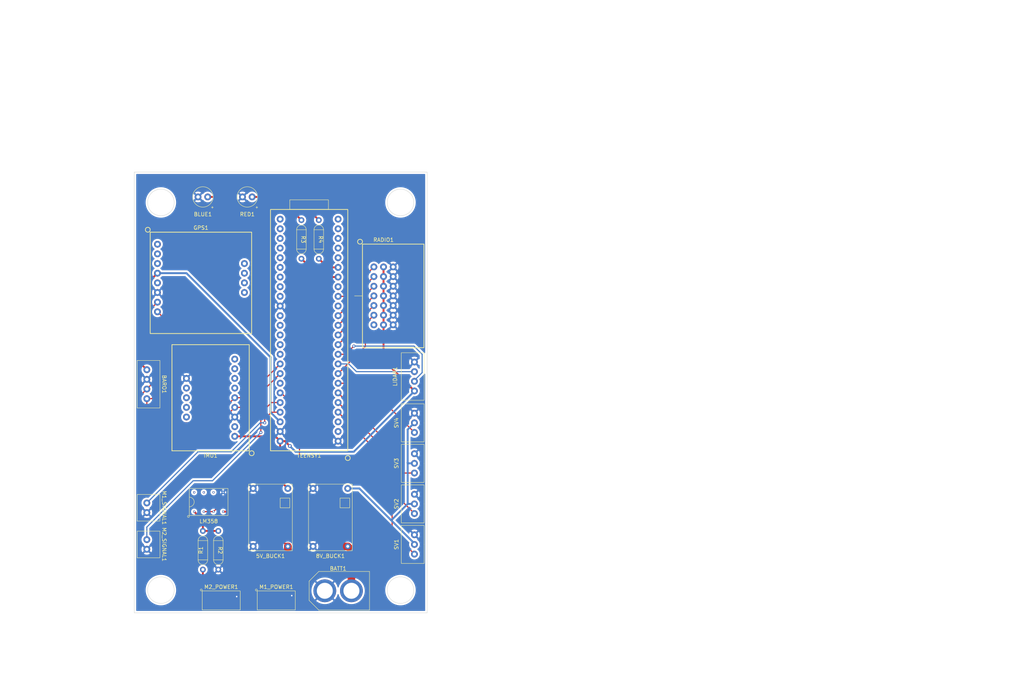
<source format=kicad_pcb>
(kicad_pcb (version 20211014) (generator pcbnew)
  (layers (0 "F.Cu" signal) (31 "B.Cu" power) (34 "B.Paste" user) (35 "F.Paste" user) (36 "B.SilkS" user "B.Silkscreen") (37 "F.SilkS" user "F.Silkscreen") (38 "B.Mask" user) (39 "F.Mask" user) (44 "Edge.Cuts" user))
  (net 0 "")
  (net 1 "/SV1_PWM")
  (net 2 "/SV2_PWM")
  (net 3 "/SV3_PWM")
  (net 4 "/SV4_PWM")
  (net 5 "/CH1")
  (net 6 "/RX2")
  (net 7 "/TX2")
  (net 8 "/CH2")
  (net 9 "/CH3")
  (net 10 "/CH4")
  (net 11 "/CH5")
  (net 12 "/SDA")
  (net 13 "/SCL")
  (net 14 "/RED_LED")
  (net 15 "/BLUE_LED")
  (net 16 "/CH6")
  (net 17 "/BATT_LEVEL")
  (net 18 "GND")
  (net 19 "+5V")
  (net 20 "+3.3V")
  (net 21 "/BATT+")
  (net 22 "+8V")
  (net 23 "Net-(LM358-Pad1)")
  (net 24 "/M1_Signal")
  (net 25 "/M2_Signal")
  (net 26 "Net-(R3-Pad1)")
  (net 27 "Net-(RED1-Pad1)")
  (footprint "UserKiCadFootprints:MINI_360" (layer "F.Cu") (at 99.568 150.876 90)
    (fp_text reference "8V_BUCK1" (at -10.16 0 unlocked) (layer "F.SilkS"))
    (fp_text value "MINI-360")
    (fp_rect (start 2.54 2.54) (end 5.08 5.08) (layer "F.SilkS") (width 0.12) (fill none))
    (fp_rect (start 8.75 5.75) (end -8.75 -5.75) (layer "F.SilkS") (width 0.12) (fill none))
    (pad "1" thru_hole circle (at -7.62 4.56 90) (size 1.524 1.524) (drill 0.762) (layers *.Cu *.Mask) (net 21 "/BATT+"))
    (pad "2" thru_hole circle (at -7.62 -4.56 90) (size 1.8 1.8) (drill 0.9) (layers *.Cu *.Mask) (net 18 "GND"))
    (pad "3" thru_hole circle (at 7.62 -4.56 90) (size 1.8 1.8) (drill 0.9) (layers *.Cu *.Mask) (net 18 "GND"))
    (pad "4" thru_hole circle (at 7.62 4.56 90) (size 1.8 1.8) (drill 0.9) (layers *.Cu *.Mask) (net 22 "+8V"))
  )
  (footprint "UserKiCadFootprints:XT60_MOUNT" (layer "F.Cu") (at 101.6 170.18 180)
    (fp_text reference "BATT1" (at 0 5.842 unlocked) (layer "F.SilkS"))
    (fp_text value "LIPO")
    (fp_line (start -8.255 -5.08) (end -8.255 5.08) (layer "F.SilkS") (width 0.12))
    (fp_line (start 5.08 -5.08) (end -8.255 -5.08) (layer "F.SilkS") (width 0.12))
    (fp_line (start 7.62 2.54) (end 5.08 5.08) (layer "F.SilkS") (width 0.12))
    (fp_line (start 7.62 -2.54) (end 5.08 -5.08) (layer "F.SilkS") (width 0.12))
    (fp_line (start -8.255 5.08) (end 5.08 5.08) (layer "F.SilkS") (width 0.12))
    (fp_line (start 7.62 2.54) (end 7.62 -2.54) (layer "F.SilkS") (width 0.12))
    (pad "1" thru_hole circle (at -3.5 0 180) (size 6 6) (drill 4.2) (layers *.Cu *.Mask) (net 21 "/BATT+"))
    (pad "2" thru_hole circle (at 3.5 0 180) (size 6 6) (drill 4.2) (layers *.Cu *.Mask) (net 18 "GND"))
  )
  (footprint "UserKiCadFootprints:pinhole_resistor" (layer "F.Cu") (at 70.104 159.512 -90)
    (fp_text reference "R2" (at 0 -0.5 -90 unlocked) (layer "F.SilkS"))
    (fp_text value "R")
    (fp_line (start -2.54 1.25) (end 2.54 1.25) (layer "F.SilkS") (width 0.12))
    (fp_line (start 2.54 -1.25) (end 2.54 1.25) (layer "F.SilkS") (width 0.12))
    (fp_line (start -2.54 -1.25) (end 2.54 -1.25) (layer "F.SilkS") (width 0.12))
    (fp_line (start -2.54 -1.25) (end -2.54 1.25) (layer "F.SilkS") (width 0.12))
    (fp_arc (start -2.54 1.25) (mid -3.79 0) (end -2.54 -1.25) (layer "F.SilkS") (width 0.12))
    (fp_arc (start 2.54 -1.25) (mid 3.79 0) (end 2.54 1.25) (layer "F.SilkS") (width 0.12))
    (pad "1" thru_hole circle (at -5.08 0 270) (size 1.524 1.524) (drill 0.762) (layers *.Cu *.Mask) (net 23 "Net-(LM358-Pad1)"))
    (pad "2" thru_hole circle (at 5.08 0 270) (size 1.524 1.524) (drill 0.762) (layers *.Cu *.Mask) (net 18 "GND"))
  )
  (footprint "UserKiCadFootprints:pinhole_resistor" (layer "F.Cu") (at 91.948 77.724 -90)
    (fp_text reference "R3" (at 0 -0.5 -90 unlocked) (layer "F.SilkS"))
    (fp_text value "R")
    (fp_line (start -2.54 -1.25) (end 2.54 -1.25) (layer "F.SilkS") (width 0.12))
    (fp_line (start -2.54 1.25) (end 2.54 1.25) (layer "F.SilkS") (width 0.12))
    (fp_line (start -2.54 -1.25) (end -2.54 1.25) (layer "F.SilkS") (width 0.12))
    (fp_line (start 2.54 -1.25) (end 2.54 1.25) (layer "F.SilkS") (width 0.12))
    (fp_arc (start 2.54 -1.25) (mid 3.79 0) (end 2.54 1.25) (layer "F.SilkS") (width 0.12))
    (fp_arc (start -2.54 1.25) (mid -3.79 0) (end -2.54 -1.25) (layer "F.SilkS") (width 0.12))
    (pad "1" thru_hole circle (at -5.08 0 270) (size 1.524 1.524) (drill 0.762) (layers *.Cu *.Mask) (net 26 "Net-(R3-Pad1)"))
    (pad "2" thru_hole circle (at 5.08 0 270) (size 1.524 1.524) (drill 0.762) (layers *.Cu *.Mask) (net 15 "/BLUE_LED"))
  )
  (footprint "UserKiCadFootprints:MINI_360" (layer "F.Cu") (at 83.82 150.876 90)
    (fp_text reference "5V_BUCK1" (at -10.16 0 unlocked) (layer "F.SilkS"))
    (fp_text value "MINI-360")
    (fp_rect (start 2.54 2.54) (end 5.08 5.08) (layer "F.SilkS") (width 0.12) (fill none))
    (fp_rect (start 8.75 5.75) (end -8.75 -5.75) (layer "F.SilkS") (width 0.12) (fill none))
    (pad "1" thru_hole circle (at -7.62 4.56 90) (size 1.524 1.524) (drill 0.762) (layers *.Cu *.Mask) (net 21 "/BATT+"))
    (pad "2" thru_hole circle (at -7.62 -4.56 90) (size 1.8 1.8) (drill 0.9) (layers *.Cu *.Mask) (net 18 "GND"))
    (pad "3" thru_hole circle (at 7.62 -4.56 90) (size 1.8 1.8) (drill 0.9) (layers *.Cu *.Mask) (net 18 "GND"))
    (pad "4" thru_hole circle (at 7.62 4.56 90) (size 1.8 1.8) (drill 0.9) (layers *.Cu *.Mask) (net 19 "+5V"))
  )
  (footprint "UserKiCadFootprints:JST_XH_2pin" (layer "F.Cu") (at 51.308 157.988 -90)
    (fp_text reference "M2_SIGNAL1" (at 0 -4.572 -90 unlocked) (layer "F.SilkS"))
    (fp_text value "XING2/BL_HELI35A_SIGNAL")
    (fp_rect (start 3.5 2.55) (end -3.5 -3.45) (layer "F.SilkS") (width 0.12) (fill none))
    (pad "1" thru_hole circle (at -1.27 0 270) (size 1.8 1.8) (drill 0.9) (layers *.Cu *.Mask) (net 25 "/M2_Signal"))
    (pad "2" thru_hole circle (at 1.27 0 270) (size 1.8 1.8) (drill 0.9) (layers *.Cu *.Mask) (net 18 "GND"))
  )
  (footprint "UserKiCadFootprints:FS-IA6B" (layer "F.Cu") (at 113.539425 92.583 -90)
    (fp_text reference "RADIO1" (at -14.732 0.001425 unlocked) (layer "F.SilkS"))
    (fp_text value "FS-IA6B")
    (fp_line (start 0 5.54355) (end 0 7.62) (layer "F.SilkS") (width 0.12))
    (fp_rect (start 13.62075 5.54355) (end -13.62075 -10.62355) (layer "F.SilkS") (width 0.2032) (fill none))
    (fp_circle (center -14.25575 6.17855) (end -13.62075 6.17855) (layer "F.SilkS") (width 0.2032) (fill none))
    (pad "1" thru_hole circle (at -7.62 2.54 270) (size 1.8 1.8) (drill 0.9) (layers *.Cu *.Mask) (net 5 "/CH1"))
    (pad "2" thru_hole circle (at -5.08 2.54 270) (size 1.8 1.8) (drill 0.9) (layers *.Cu *.Mask) (net 8 "/CH2"))
    (pad "3" thru_hole circle (at -2.54 2.54 270) (size 1.8 1.8) (drill 0.9) (layers *.Cu *.Mask) (net 9 "/CH3"))
    (pad "4" thru_hole circle (at 0 2.54 270) (size 1.8 1.8) (drill 0.9) (layers *.Cu *.Mask) (net 10 "/CH4"))
    (pad "5" thru_hole circle (at 2.54 2.54 270) (size 1.8 1.8) (drill 0.9) (layers *.Cu *.Mask) (net 11 "/CH5"))
    (pad "6" thru_hole circle (at 5.08 2.54 270) (size 1.8 1.8) (drill 0.9) (layers *.Cu *.Mask) (net 16 "/CH6"))
    (pad "7" thru_hole circle (at 7.62 2.54 270) (size 1.8 1.8) (drill 0.9) (layers *.Cu *.Mask))
    (pad "8" thru_hole circle (at 2.54 0 270) (size 1.8 1.8) (drill 0.9) (layers *.Cu *.Mask) (net 19 "+5V"))
    (pad "8" thru_hole circle (at -7.62 0 270) (size 1.8 1.8) (drill 0.9) (layers *.Cu *.Mask) (net 19 "+5V"))
    (pad "8" thru_hole circle (at 7.62 0 270) (size 1.8 1.8) (drill 0.9) (layers *.Cu *.Mask) (net 19 "+5V"))
    (pad "8" thru_hole circle (at 5.08 0 270) (size 1.8 1.8) (drill 0.9) (layers *.Cu *.Mask) (net 19 "+5V"))
    (pad "8" thru_hole circle (at 0 0 270) (size 1.8 1.8) (drill 0.9) (layers *.Cu *.Mask) (net 19 "+5V"))
    (pad "8" thru_hole circle (at -2.54 0 270) (size 1.8 1.8) (drill 0.9) (layers *.Cu *.Mask) (net 19 "+5V"))
    (pad "8" thru_hole circle (at -5.08 0 270) (size 1.8 1.8) (drill 0.9) (layers *.Cu *.Mask) (net 19 "+5V"))
    (pad "9" thru_hole circle (at 0 -2.54 270) (size 1.8 1.8) (drill 0.9) (layers *.Cu *.Mask) (net 18 "GND"))
    (pad "9" thru_hole circle (at -5.08 -2.54 270) (size 1.8 1.8) (drill 0.9) (layers *.Cu *.Mask) (net 18 "GND"))
    (pad "9" thru_hole circle (at 5.08 -2.54 270) (size 1.8 1.8) (drill 0.9) (layers *.Cu *.Mask) (net 18 "GND"))
    (pad "9" thru_hole circle (at 2.54 -2.54 270) (size 1.8 1.8) (drill 0.9) (layers *.Cu *.Mask) (net 18 "GND"))
    (pad "9" thru_hole circle (at 7.62 -2.54 270) (size 1.8 1.8) (drill 0.9) (layers *.Cu *.Mask) (net 18 "GND"))
    (pad "9" thru_hole circle (at -2.54 -2.54 270) (size 1.8 1.8) (drill 0.9) (layers *.Cu *.Mask) (net 18 "GND"))
    (pad "9" thru_hole circle (at -7.62 -2.54 270) (size 1.8 1.8) (drill 0.9) (layers *.Cu *.Mask) (net 18 "GND"))
  )
  (footprint "UserKiCadFootprints:LM358" (layer "F.Cu") (at 67.564 146.812)
    (fp_text reference "LM358" (at 0 5.08 unlocked) (layer "F.SilkS"))
    (fp_text value "LM358")
    (fp_rect (start -5.08 3.555) (end 5.08 -3.555) (layer "F.SilkS") (width 0.12) (fill none))
    (fp_arc (start -5.08 -1.27) (mid -3.81 0) (end -5.08 1.27) (layer "F.SilkS") (width 0.12))
    (fp_circle (center -5.33 3.805) (end -5.08 3.805) (layer "F.SilkS") (width 0.12) (fill none))
    (pad "1" thru_hole circle (at -3.81 2.54) (size 0.6 0.6) (drill 0.3) (layers *.Mask "F.Cu" "In1.Cu" "B.Cu") (net 23 "Net-(LM358-Pad1)"))
    (pad "2" thru_hole circle (at -1.27 2.54) (size 0.6 0.6) (drill 0.3) (layers *.Mask "F.Cu" "In1.Cu" "B.Cu") (net 17 "/BATT_LEVEL"))
    (pad "3" thru_hole circle (at 1.27 2.54) (size 0.6 0.6) (drill 0.3) (layers *.Mask "F.Cu" "In1.Cu" "B.Cu") (net 17 "/BATT_LEVEL"))
    (pad "4" thru_hole circle (at 3.81 2.54) (size 0.6 0.6) (drill 0.3) (layers *.Mask "F.Cu" "In1.Cu" "B.Cu") (net 21 "/BATT+"))
    (pad "5" thru_hole circle (at 3.81 -2.54) (size 0.6 0.6) (drill 0.3) (layers *.Cu *.Mask) (net 18 "GND"))
    (pad "6" thru_hole circle (at 1.27 -2.54) (size 0.6 0.6) (drill 0.3) (layers *.Cu *.Mask))
    (pad "7" thru_hole circle (at -1.27 -2.54) (size 0.6 0.6) (drill 0.3) (layers *.Cu *.Mask))
    (pad "8" thru_hole circle (at -3.81 -2.54) (size 0.6 0.6) (drill 0.3) (layers *.Cu *.Mask))
  )
  (footprint "UserKiCadFootprints:JST_XH_3pin" (layer "F.Cu") (at 121.666 136.652 90)
    (fp_text reference "SV3" (at 0 -4.722 90 unlocked) (layer "F.SilkS"))
    (fp_text value "X06H_Servo")
    (fp_line (start 0 2.54) (end 0 2.55) (layer "F.SilkS") (width 0.12))
    (fp_rect (start -5 2.55) (end 5 -3.45) (layer "F.SilkS") (width 0.12) (fill none))
    (pad "1" thru_hole circle (at -2.54 0 90) (size 1.8 1.8) (drill 0.9) (layers *.Cu *.Mask) (net 3 "/SV3_PWM"))
    (pad "2" thru_hole circle (at 0 0 90) (size 1.8 1.8) (drill 0.9) (layers *.Cu *.Mask) (net 22 "+8V"))
    (pad "3" thru_hole circle (at 2.54 0 90) (size 1.8 1.8) (drill 0.9) (layers *.Cu *.Mask) (net 18 "GND"))
  )
  (footprint "UserKiCadFootprints:pinhole_resistor" (layer "F.Cu") (at 96.52 77.724 -90)
    (fp_text reference "R4" (at 0 -0.5 -90 unlocked) (layer "F.SilkS"))
    (fp_text value "R")
    (fp_line (start -2.54 -1.25) (end -2.54 1.25) (layer "F.SilkS") (width 0.12))
    (fp_line (start 2.54 -1.25) (end 2.54 1.25) (layer "F.SilkS") (width 0.12))
    (fp_line (start -2.54 -1.25) (end 2.54 -1.25) (layer "F.SilkS") (width 0.12))
    (fp_line (start -2.54 1.25) (end 2.54 1.25) (layer "F.SilkS") (width 0.12))
    (fp_arc (start 2.54 -1.25) (mid 3.79 0) (end 2.54 1.25) (layer "F.SilkS") (width 0.12))
    (fp_arc (start -2.54 1.25) (mid -3.79 0) (end -2.54 -1.25) (layer "F.SilkS") (width 0.12))
    (pad "1" thru_hole circle (at -5.08 0 270) (size 1.524 1.524) (drill 0.762) (layers *.Cu *.Mask) (net 27 "Net-(RED1-Pad1)"))
    (pad "2" thru_hole circle (at 5.08 0 270) (size 1.524 1.524) (drill 0.762) (layers *.Cu *.Mask) (net 14 "/RED_LED"))
  )
  (footprint "UserKiCadFootprints:JST_XH_3pin" (layer "F.Cu") (at 121.666 157.988 90)
    (fp_text reference "SV1" (at 0 -4.722 90 unlocked) (layer "F.SilkS"))
    (fp_text value "X06H_Servo")
    (fp_line (start 0 2.54) (end 0 2.55) (layer "F.SilkS") (width 0.12))
    (fp_rect (start -5 2.55) (end 5 -3.45) (layer "F.SilkS") (width 0.12) (fill none))
    (pad "1" thru_hole circle (at -2.54 0 90) (size 1.8 1.8) (drill 0.9) (layers *.Cu *.Mask) (net 1 "/SV1_PWM"))
    (pad "2" thru_hole circle (at 0 0 90) (size 1.8 1.8) (drill 0.9) (layers *.Cu *.Mask) (net 22 "+8V"))
    (pad "3" thru_hole circle (at 2.54 0 90) (size 1.8 1.8) (drill 0.9) (layers *.Cu *.Mask) (net 18 "GND"))
  )
  (footprint "UserKiCadFootprints:JST_XH_3pin" (layer "F.Cu") (at 121.666 147.32 90)
    (fp_text reference "SV2" (at 0 -4.722 90 unlocked) (layer "F.SilkS"))
    (fp_text value "X06H_Servo")
    (fp_line (start 0 2.54) (end 0 2.55) (layer "F.SilkS") (width 0.12))
    (fp_rect (start -5 2.55) (end 5 -3.45) (layer "F.SilkS") (width 0.12) (fill none))
    (pad "1" thru_hole circle (at -2.54 0 90) (size 1.8 1.8) (drill 0.9) (layers *.Cu *.Mask) (net 2 "/SV2_PWM"))
    (pad "2" thru_hole circle (at 0 0 90) (size 1.8 1.8) (drill 0.9) (layers *.Cu *.Mask) (net 22 "+8V"))
    (pad "3" thru_hole circle (at 2.54 0 90) (size 1.8 1.8) (drill 0.9) (layers *.Cu *.Mask) (net 18 "GND"))
  )
  (footprint "UserKiCadFootprints:Teensy4.1" (layer "F.Cu") (at 93.98 101.6 90)
    (fp_text reference "TEENSY1" (at -33.02 0 unlocked) (layer "F.SilkS"))
    (fp_text value "Teensy4.1")
    (fp_rect (start -31.75 10.16) (end 31.75 -10.16) (layer "F.SilkS") (width 0.2032) (fill none))
    (fp_rect (start 31.75 5.08) (end 34.29 -5.08) (layer "F.SilkS") (width 0.12) (fill none))
    (fp_circle (center -33.655 10.16) (end -33.02 10.16) (layer "F.SilkS") (width 0.2032) (fill none))
    (pad "0" thru_hole circle (at -26.67 7.62 90) (size 1.8 1.8) (drill 0.9) (layers *.Cu *.Mask))
    (pad "1" thru_hole circle (at -24.13 7.62 90) (size 1.8 1.8) (drill 0.9) (layers *.Cu *.Mask))
    (pad "2" thru_hole circle (at -21.59 7.62 90) (size 1.8 1.8) (drill 0.9) (layers *.Cu *.Mask) (net 1 "/SV1_PWM"))
    (pad "3" thru_hole circle (at -19.05 7.62 90) (size 1.8 1.8) (drill 0.9) (layers *.Cu *.Mask) (net 2 "/SV2_PWM"))
    (pad "4" thru_hole circle (at -16.51 7.62 90) (size 1.8 1.8) (drill 0.9) (layers *.Cu *.Mask) (net 3 "/SV3_PWM"))
    (pad "5" thru_hole circle (at -13.97 7.62 90) (size 1.8 1.8) (drill 0.9) (layers *.Cu *.Mask) (net 4 "/SV4_PWM"))
    (pad "6" thru_hole circle (at -11.43 7.62 90) (size 1.8 1.8) (drill 0.9) (layers *.Cu *.Mask) (net 16 "/CH6"))
    (pad "7" thru_hole circle (at -8.89 7.62 90) (size 1.8 1.8) (drill 0.9) (layers *.Cu *.Mask) (net 6 "/RX2"))
    (pad "8" thru_hole circle (at -6.35 7.62 90) (size 1.8 1.8) (drill 0.9) (layers *.Cu *.Mask) (net 7 "/TX2"))
    (pad "9" thru_hole circle (at -3.81 7.62 90) (size 1.8 1.8) (drill 0.9) (layers *.Cu *.Mask) (net 11 "/CH5"))
    (pad "10" thru_hole circle (at -1.27 7.62 90) (size 1.8 1.8) (drill 0.9) (layers *.Cu *.Mask) (net 10 "/CH4"))
    (pad "11" thru_hole circle (at 1.27 7.62 90) (size 1.8 1.8) (drill 0.9) (layers *.Cu *.Mask) (net 9 "/CH3"))
    (pad "12" thru_hole circle (at 3.81 7.62 90) (size 1.8 1.8) (drill 0.9) (layers *.Cu *.Mask) (net 8 "/CH2"))
    (pad "13" thru_hole circle (at 3.81 -7.62 90) (size 1.8 1.8) (drill 0.9) (layers *.Cu *.Mask))
    (pad "14" thru_hole circle (at 1.27 -7.62 90) (size 1.8 1.8) (drill 0.9) (layers *.Cu *.Mask))
    (pad "15" thru_hole circle (at -1.27 -7.62 90) (size 1.8 1.8) (drill 0.9) (layers *.Cu *.Mask))
    (pad "16" thru_hole circle (at -3.81 -7.62 90) (size 1.8 1.8) (drill 0.9) (layers *.Cu *.Mask))
    (pad "17" thru_hole circle (at -6.35 -7.62 90) (size 1.8 1.8) (drill 0.9) (layers *.Cu *.Mask))
    (pad "18" thru_hole circle (at -8.89 -7.62 90) (size 1.8 1.8) (drill 0.9) (layers *.Cu *.Mask) (net 12 "/SDA"))
    (pad "19" thru_hole circle (at -11.43 -7.62 90) (size 1.8 1.8) (drill 0.9) (layers *.Cu *.Mask) (net 13 "/SCL"))
    (pad "20" thru_hole circle (at -13.97 -7.62 90) (size 1.8 1.8) (drill 0.9) (layers *.Cu *.Mask))
    (pad "21" thru_hole circle (at -16.51 -7.62 90) (size 1.8 1.8) (drill 0.9) (layers *.Cu *.Mask) (net 17 "/BATT_LEVEL"))
    (pad "22" thru_hole circle (at -19.05 -7.62 90) (size 1.8 1.8) (drill 0.9) (layers *.Cu *.Mask) (net 25 "/M2_Signal"))
    (pad "23" thru_hole circle (at -21.59 -7.62 90) (size 1.8 1.8) (drill 0.9) (layers *.Cu *.Mask) (net 24 "/M1_Signal"))
    (pad "24" thru_hole circle (at 8.89 7.62 90) (size 1.8 1.8) (drill 0.9) (layers *.Cu *.Mask) (net 5 "/CH1"))
    (pad "25" thru_hole circle (at 11.43 7.62 90) (size 1.8 1.8) (drill 0.9) (layers *.Cu *.Mask))
    (pad "26" thru_hole circle (at 13.97 7.62 90) (size 1.8 1.8) (drill 0.9) (layers *.Cu *.Mask) (net 15 "/BLUE_LED"))
    (pad "27" thru_hole circle (at 16.51 7.62 90) (size 1.8 1.8) (drill 0.9) (layers *.Cu *.Mask) (net 14 "/RED_LED"))
    (pad "28" thru_hole circle (at 19.05 7.62 90) (size 1.8 1.8) (drill 0.9) (layers *.Cu *.Mask))
    (pad "29" thru_hole circle (at 21.59 7.62 90) (size 1.8 1.8) (drill 0.9) (layers *.Cu *.Mask))
    (pad "30" thru_hole circle (at 24.13 7.62 90) (size 1.8 1.8) (drill 0.9) (layers *.Cu *.Mask))
    (pad "31" thru_hole circle (at 26.67 7.62 90) (size 1.8 1.8) (drill 0.9) (layers *.Cu *.Mask))
    (pad "32" thru_hole circle (at 29.21 7.62 90) (size 1.8 1.8) (drill 0.9) (layers *.Cu *.Mask))
    (pad "33" thru_hole circle (at 29.21 -7.62 90) (size 1.8 1.8) (drill 0.9) (layers *.Cu *.Mask))
    (pad "34" thru_hole circle (at 26.67 -7.62 90) (size 1.8 1.8) (drill 0.9) (layers *.Cu *.Mask))
    (pad "35" thru_hole circle (at 24.13 -7.62 90) (size 1.8 1.8) (drill 0.9) (layers *.Cu *.Mask))
    (pad "36" thru_hole circle (at 21.59 -7.62 90) (size 1.8 1.8) (drill 0.9) (layers *.Cu *.Mask))
    (pad "37" thru_hole circle (at 19.05 -7.62 90) (size 1.8 1.8) (drill 0.9) (layers *.Cu *.Mask))
    (pad "38" thru_hole circle (at 16.51 -7.62 90) (size 1.8 1.8) (drill 0.9) (layers *.Cu *.Mask))
    (pad "39" thru_hole circle (at 13.97 -7.62 90) (size 1.8 1.8) (drill 0.9) (layers *.Cu *.Mask))
    (pad "40" thru_hole circle (at 11.43 -7.62 90) (size 1.8 1.8) (drill 0.9) (layers *.Cu *.Mask))
    (pad "41" thru_hole circle (at 8.89 -7.62 90) (size 1.8 1.8) (drill 0.9) (layers *.Cu *.Mask))
    (pad "43" thru_hole circle (at -29.21 7.62 90) (size 1.8 1.8) (drill 0.9) (layers *.Cu *.Mask) (net 18 "GND"))
    (pad "44" thru_hole circle (at 6.35 7.62 90) (size 1.8 1.8) (drill 0.9) (layers *.Cu *.Mask))
    (pad "45" thru_hole circle (at -29.21 -7.62 90) (size 1.8 1.8) (drill 0.9) (layers *.Cu *.Mask) (net 19 "+5V"))
    (pad "46" thru_hole circle (at -26.67 -7.62 90) (size 1.8 1.8) (drill 0.9) (layers *.Cu *.Mask) (net 18 "GND"))
    (pad "47" thru_hole circle (at -24.13 -7.62 90) (size 1.8 1.8) (drill 0.9) (layers *.Cu *.Mask) (net 20 "+3.3V"))
    (pad "48" thru_hole circle (at 6.35 -7.62 90) (size 1.8 1.8) (drill 0.9) (layers *.Cu *.Mask) (net 18 "GND"))
  )
  (footprint "UserKiCadFootprints:SparkFun_ZOEM8Q" (layer "F.Cu") (at 65.532 85.344)
    (fp_text reference "GPS1" (at 0 -10.668 unlocked) (layer "F.SilkS"))
    (fp_text value "SparkFun_ZOE-M8Q")
    (fp_rect (start -13.335 -9.525) (end 13.335 17.145) (layer "F.SilkS") (width 0.2032) (fill none))
    (fp_circle (center -13.97 -10.16) (end -13.335 -10.16) (layer "F.SilkS") (width 0.2032) (fill none))
    (pad "1" thru_hole circle (at -11.43 -6.35 270) (size 1.8 1.8) (drill 0.9) (layers *.Cu *.Mask))
    (pad "2" thru_hole circle (at -11.43 -3.81 270) (size 1.8 1.8) (drill 0.9) (layers *.Cu *.Mask))
    (pad "3" thru_hole circle (at -11.43 -1.27 270) (size 1.8 1.8) (drill 0.9) (layers *.Cu *.Mask))
    (pad "4" thru_hole circle (at -11.43 1.27 270) (size 1.8 1.8) (drill 0.9) (layers *.Cu *.Mask) (net 20 "+3.3V"))
    (pad "5" thru_hole circle (at -11.43 3.81 270) (size 1.8 1.8) (drill 0.9) (layers *.Cu *.Mask))
    (pad "6" thru_hole circle (at -11.43 6.35 270) (size 1.8 1.8) (drill 0.9) (layers *.Cu *.Mask) (net 18 "GND"))
    (pad "7" thru_hole circle (at -11.43 8.89 270) (size 1.8 1.8) (drill 0.9) (layers *.Cu *.Mask) (net 13 "/SCL"))
    (pad "8" thru_hole circle (at -11.43 11.43 270) (size 1.8 1.8) (drill 0.9) (layers *.Cu *.Mask) (net 12 "/SDA"))
    (pad "9" thru_hole circle (at 11.43 -1.27 270) (size 1.8 1.8) (drill 0.9) (layers *.Cu *.Mask))
    (pad "10" thru_hole circle (at 11.43 1.27 270) (size 1.8 1.8) (drill 0.9) (layers *.Cu *.Mask))
    (pad "11" thru_hole circle (at 11.43 3.81 270) (size 1.8 1.8) (drill 0.9) (layers *.Cu *.Mask))
    (pad "12" thru_hole circle (at 11.43 6.35 270) (size 1.8 1.8) (drill 0.9) (layers *.Cu *.Mask))
  )
  (footprint "UserKiCadFootprints:JST_XH_4pin" (layer "F.Cu") (at 121.666 113.792 90)
    (fp_text reference "LIDAR1" (at 0 -5.08 90 unlocked) (layer "F.SilkS"))
    (fp_text value "TF_Mini_Plus")
    (fp_rect (start -6.25 2.55) (end 6.25 -3.45) (layer "F.SilkS") (width 0.12) (fill none))
    (pad "1" thru_hole circle (at -3.81 0 90) (size 1.8 1.8) (drill 0.9) (layers *.Cu *.Mask) (net 19 "+5V"))
    (pad "2" thru_hole circle (at -1.27 0 90) (size 1.8 1.8) (drill 0.9) (layers *.Cu *.Mask) (net 7 "/TX2"))
    (pad "3" thru_hole circle (at 1.27 0 90) (size 1.8 1.8) (drill 0.9) (layers *.Cu *.Mask) (net 6 "/RX2"))
    (pad "4" thru_hole circle (at 3.81 0 90) (size 1.8 1.8) (drill 0.9) (layers *.Cu *.Mask) (net 18 "GND"))
  )
  (footprint "UserKiCadFootprints:LED" (layer "F.Cu") (at 66.04 66.548 180)
    (fp_text reference "BLUE1" (at 0 -4.572 unlocked) (layer "F.SilkS"))
    (fp_text value "LED")
    (fp_line (start -2.75 -2.75) (end -2.25 -2.75) (layer "F.SilkS") (width 0.12))
    (fp_line (start -2.5 -3) (end -2.5 -2.5) (layer "F.SilkS") (width 0.12))
    (fp_circle (center 0 0) (end 2.68 0) (layer "F.SilkS") (width 0.12) (fill none))
    (pad "1" thru_hole circle (at -1.27 0 180) (size 1.8 1.8) (drill 0.9) (layers *.Cu *.Mask) (net 26 "Net-(R3-Pad1)"))
    (pad "2" thru_hole circle (at 1.27 0 180) (size 1.8 1.8) (drill 0.9) (layers *.Cu *.Mask) (net 18 "GND"))
  )
  (footprint "UserKiCadFootprints:pinhole_resistor" (layer "F.Cu") (at 66.04 159.512 90)
    (fp_text reference "R1" (at 0 -0.5 90 unlocked) (layer "F.SilkS"))
    (fp_text value "R")
    (fp_line (start -2.54 1.25) (end 2.54 1.25) (layer "F.SilkS") (width 0.12))
    (fp_line (start -2.54 -1.25) (end -2.54 1.25) (layer "F.SilkS") (width 0.12))
    (fp_line (start 2.54 -1.25) (end 2.54 1.25) (layer "F.SilkS") (width 0.12))
    (fp_line (start -2.54 -1.25) (end 2.54 -1.25) (layer "F.SilkS") (width 0.12))
    (fp_arc (start 2.54 -1.25) (mid 3.79 0) (end 2.54 1.25) (layer "F.SilkS") (width 0.12))
    (fp_arc (start -2.54 1.25) (mid -3.79 0) (end -2.54 -1.25) (layer "F.SilkS") (width 0.12))
    (pad "1" thru_hole circle (at -5.08 0 90) (size 1.524 1.524) (drill 0.762) (layers *.Cu *.Mask) (net 21 "/BATT+"))
    (pad "2" thru_hole circle (at 5.08 0 90) (size 1.524 1.524) (drill 0.762) (layers *.Cu *.Mask) (net 23 "Net-(LM358-Pad1)"))
  )
  (footprint "UserKiCadFootprints:ISM330DHCX" (layer "F.Cu") (at 68.072 119.38 90)
    (fp_text reference "IMU1" (at -15.24 0 unlocked) (layer "F.SilkS"))
    (fp_text value "ISM330DHCX")
    (fp_rect (start -13.97 -10.16) (end 13.97 10.16) (layer "F.SilkS") (width 0.2032) (fill none))
    (fp_circle (center -14.605 10.795) (end -13.97 10.795) (layer "F.SilkS") (width 0.2032) (fill none))
    (pad "1" thru_hole circle (at -10.16 6.35 90) (size 1.8 1.8) (drill 0.9) (layers *.Cu *.Mask) (net 19 "+5V"))
    (pad "2" thru_hole circle (at -7.62 6.35 90) (size 1.8 1.8) (drill 0.9) (layers *.Cu *.Mask))
    (pad "3" thru_hole circle (at -5.08 6.35 90) (size 1.8 1.8) (drill 0.9) (layers *.Cu *.Mask) (net 18 "GND"))
    (pad "4" thru_hole circle (at -2.54 6.35 90) (size 1.8 1.8) (drill 0.9) (layers *.Cu *.Mask) (net 13 "/SCL"))
    (pad "5" thru_hole circle (at 0 6.35 90) (size 1.8 1.8) (drill 0.9) (layers *.Cu *.Mask) (net 12 "/SDA"))
    (pad "6" thru_hole circle (at 2.54 6.35 90) (size 1.8 1.8) (drill 0.9) (layers *.Cu *.Mask))
    (pad "7" thru_hole circle (at 5.08 6.35 90) (size 1.8 1.8) (drill 0.9) (layers *.Cu *.Mask))
    (pad "8" thru_hole circle (at 7.62 6.35 90) (size 1.8 1.8) (drill 0.9) (layers *.Cu *.Mask))
    (pad "9" thru_hole circle (at 10.16 6.35 90) (size 1.8 1.8) (drill 0.9) (layers *.Cu *.Mask))
    (pad "10" thru_hole circle (at -5.08 -6.35 90) (size 1.8 1.8) (drill 0.9) (layers *.Cu *.Mask))
    (pad "11" thru_hole circle (at -2.54 -6.35 90) (size 1.8 1.8) (drill 0.9) (layers *.Cu *.Mask))
    (pad "12" thru_hole circle (at 0 -6.35 90) (size 1.8 1.8) (drill 0.9) (layers *.Cu *.Mask))
    (pad "13" thru_hole circle (at 2.54 -6.35 90) (size 1.8 1.8) (drill 0.9) (layers *.Cu *.Mask))
    (pad "14" thru_hole circle (at 5.08 -6.35 90) (size 1.8 1.8) (drill 0.9) (layers *.Cu *.Mask) (net 18 "GND"))
  )
  (footprint "UserKiCadFootprints:ESC_POWER" (layer "F.Cu") (at 70.866 172.72)
    (fp_text reference "M2_POWER1" (at 0 -3.556 unlocked) (layer "F.SilkS"))
    (fp_text value "XING2/BL_HELI35A_POWER")
    (fp_rect (start -5 2.5) (end 5 -2.5) (layer "F.SilkS") (width 0.12) (fill none))
    (fp_circle (center -5.25 -2.75) (end -5 -2.75) (layer "F.SilkS") (width 0.12) (fill none))
    (pad "1" smd roundrect (at -2.54 0) (size 2 4) (layers "F.Cu" "F.Paste" "F.Mask") (net 21 "/BATT+"))
    (pad "2" smd roundrect (at 2.54 0) (size 2 4) (layers "F.Cu" "F.Paste" "F.Mask") (net 18 "GND"))
  )
  (footprint "UserKiCadFootprints:JST_XH_2pin" (layer "F.Cu") (at 51.308 148.336 -90)
    (fp_text reference "M1_SIGNAL1" (at 0 -4.572 -90 unlocked) (layer "F.SilkS"))
    (fp_text value "XING2/BL_HELI35A_SIGNAL")
    (fp_rect (start 3.5 2.55) (end -3.5 -3.45) (layer "F.SilkS") (width 0.12) (fill none))
    (pad "1" thru_hole circle (at -1.27 0 270) (size 1.8 1.8) (drill 0.9) (layers *.Cu *.Mask) (net 24 "/M1_Signal"))
    (pad "2" thru_hole circle (at 1.27 0 270) (size 1.8 1.8) (drill 0.9) (layers *.Cu *.Mask) (net 18 "GND"))
  )
  (footprint "UserKiCadFootprints:JST_XH_4pin" (layer "F.Cu") (at 51.308 115.824 -90)
    (fp_text reference "BARO1" (at 0 -4.572 -90 unlocked) (layer "F.SilkS"))
    (fp_text value "GY-BMP280-3.3")
    (fp_rect (start -6.25 2.55) (end 6.25 -3.45) (layer "F.SilkS") (width 0.12) (fill none))
    (pad "1" thru_hole circle (at -3.81 0 270) (size 1.8 1.8) (drill 0.9) (layers *.Cu *.Mask) (net 20 "+3.3V"))
    (pad "2" thru_hole circle (at -1.27 0 270) (size 1.8 1.8) (drill 0.9) (layers *.Cu *.Mask) (net 18 "GND"))
    (pad "3" thru_hole circle (at 1.27 0 270) (size 1.8 1.8) (drill 0.9) (layers *.Cu *.Mask) (net 13 "/SCL"))
    (pad "4" thru_hole circle (at 3.81 0 270) (size 1.8 1.8) (drill 0.9) (layers *.Cu *.Mask) (net 12 "/SDA"))
  )
  (footprint "UserKiCadFootprints:ESC_POWER" (layer "F.Cu") (at 85.344 172.72)
    (fp_text reference "M1_POWER1" (at 0 -3.556 unlocked) (layer "F.SilkS"))
    (fp_text value "XING2/BL_HELI35A_POWER")
    (fp_rect (start -5 2.5) (end 5 -2.5) (layer "F.SilkS") (width 0.12) (fill none))
    (fp_circle (center -5.25 -2.75) (end -5 -2.75) (layer "F.SilkS") (width 0.12) (fill none))
    (pad "1" smd roundrect (at -2.54 0) (size 2 4) (layers "F.Cu" "F.Paste" "F.Mask") (net 21 "/BATT+"))
    (pad "2" smd roundrect (at 2.54 0) (size 2 4) (layers "F.Cu" "F.Paste" "F.Mask") (net 18 "GND"))
  )
  (footprint "UserKiCadFootprints:JST_XH_3pin" (layer "F.Cu") (at 121.666 125.984 90)
    (fp_text reference "SV4" (at 0 -4.722 90 unlocked) (layer "F.SilkS"))
    (fp_text value "X06H_Servo")
    (fp_line (start 0 2.54) (end 0 2.55) (layer "F.SilkS") (width 0.12))
    (fp_rect (start -5 2.55) (end 5 -3.45) (layer "F.SilkS") (width 0.12) (fill none))
    (pad "1" thru_hole circle (at -2.54 0 90) (size 1.8 1.8) (drill 0.9) (layers *.Cu *.Mask) (net 4 "/SV4_PWM"))
    (pad "2" thru_hole circle (at 0 0 90) (size 1.8 1.8) (drill 0.9) (layers *.Cu *.Mask) (net 22 "+8V"))
    (pad "3" thru_hole circle (at 2.54 0 90) (size 1.8 1.8) (drill 0.9) (layers *.Cu *.Mask) (net 18 "GND"))
  )
  (footprint "UserKiCadFootprints:LED" (layer "F.Cu") (at 77.724 66.548 180)
    (fp_text reference "RED1" (at 0 -4.572 unlocked) (layer "F.SilkS"))
    (fp_text value "LED")
    (fp_line (start -2.5 -3) (end -2.5 -2.5) (layer "F.SilkS") (width 0.12))
    (fp_line (start -2.75 -2.75) (end -2.25 -2.75) (layer "F.SilkS") (width 0.12))
    (fp_circle (center 0 0) (end 2.68 0) (layer "F.SilkS") (width 0.12) (fill none))
    (pad "1" thru_hole circle (at -1.27 0 180) (size 1.8 1.8) (drill 0.9) (layers *.Cu *.Mask) (net 27 "Net-(RED1-Pad1)"))
    (pad "2" thru_hole circle (at 1.27 0 180) (size 1.8 1.8) (drill 0.9) (layers *.Cu *.Mask) (net 18 "GND"))
  )
  (gr_circle (center 118 68) (end 121.5 68) (layer "Edge.Cuts") (width 0.1) (fill none))
  (gr_rect (start 48 176) (end 125 60) (layer "Edge.Cuts") (width 0.1) (fill none))
  (gr_circle (center 118 170) (end 121.5 170) (layer "Edge.Cuts") (width 0.1) (fill none))
  (gr_circle (center 55 170) (end 58.5 170) (layer "Edge.Cuts") (width 0.1) (fill none))
  (gr_circle (center 55 68) (end 58.5 68) (layer "Edge.Cuts") (width 0.1) (fill none))
  (segment (start 115.7986 137.3886) (end 115.7986 154.7876) (width 0.3) (layer "F.Cu") (net 1))
  (segment (start 121.666 160.528) (end 122.428 160.528) (width 0.3) (layer "F.Cu") (net 1))
  (segment (start 115.7986 154.7876) (end 115.9256 154.7876) (width 0.3) (layer "F.Cu") (net 1))
  (segment (start 101.6 123.19) (end 115.7986 137.3886) (width 0.3) (layer "F.Cu") (net 1))
  (segment (start 115.9256 154.7876) (end 121.666 160.528) (width 0.3) (layer "F.Cu") (net 1))
  (segment (start 121.666 149.86) (end 122.428 149.86) (width 0.3) (layer "F.Cu") (net 2))
  (segment (start 117.3226 136.3472) (end 117.3226 145.5166) (width 0.3) (layer "F.Cu") (net 2))
  (segment (start 101.6 120.65) (end 117.2972 136.3472) (width 0.3) (layer "F.Cu") (net 2))
  (segment (start 117.3226 145.5166) (end 121.666 149.86) (width 0.3) (layer "F.Cu") (net 2))
  (segment (start 117.2972 136.3472) (end 117.3226 136.3472) (width 0.3) (layer "F.Cu") (net 2))
  (segment (start 101.6 118.11) (end 118.8974 135.4074) (width 0.3) (layer "F.Cu") (net 3))
  (segment (start 121.666 139.192) (end 118.9228 139.192) (width 0.3) (layer "F.Cu") (net 3))
  (segment (start 118.8974 139.192) (end 118.9228 139.1666) (width 0.3) (layer "F.Cu") (net 3))
  (segment (start 118.8974 135.4074) (end 118.8974 139.2174) (width 0.3) (layer "F.Cu") (net 3))
  (segment (start 118.8974 139.2174) (end 118.8974 139.192) (width 0.3) (layer "F.Cu") (net 3))
  (segment (start 118.9228 139.192) (end 118.8974 139.2174) (width 0.3) (layer "F.Cu") (net 3))
  (segment (start 121.666 139.192) (end 122.428 139.192) (width 0.3) (layer "F.Cu") (net 3))
  (segment (start 108.712 115.57) (end 121.666 128.524) (width 0.3) (layer "F.Cu") (net 4))
  (segment (start 101.6 115.57) (end 108.712 115.57) (width 0.3) (layer "F.Cu") (net 4))
  (segment (start 103.252425 92.71) (end 110.999425 84.963) (width 0.3) (layer "F.Cu") (net 5))
  (segment (start 110.999425 84.963) (end 111.761425 84.963) (width 0.3) (layer "F.Cu") (net 5))
  (segment (start 101.6 92.71) (end 103.252425 92.71) (width 0.3) (layer "F.Cu") (net 5))
  (segment (start 104.394 110.49) (end 106.426 112.522) (width 0.3) (layer "B.Cu") (net 6))
  (segment (start 101.6 110.49) (end 104.394 110.49) (width 0.3) (layer "B.Cu") (net 6))
  (segment (start 106.426 112.522) (end 121.666 112.522) (width 0.3) (layer "B.Cu") (net 6))
  (segment (start 101.6 107.95) (end 103.5812 107.95) (width 0.3) (layer "F.Cu") (net 7))
  (segment (start 103.5812 107.95) (end 105.7402 105.791) (width 0.3) (layer "F.Cu") (net 7))
  (via (at 105.7402 105.791) (size 0.8) (drill 0.4) (layers "F.Cu" "B.Cu") (net 7))
  (segment (start 123.698 112.776) (end 121.666 114.808) (width 0.3) (layer "B.Cu") (net 7))
  (segment (start 121.539 105.791) (end 123.698 107.95) (width 0.3) (layer "B.Cu") (net 7))
  (segment (start 123.698 107.95) (end 123.698 112.776) (width 0.3) (layer "B.Cu") (net 7))
  (segment (start 105.7402 105.791) (end 121.539 105.791) (width 0.3) (layer "B.Cu") (net 7))
  (segment (start 121.666 114.808) (end 121.666 115.062) (width 0.3) (layer "B.Cu") (net 7))
  (segment (start 101.6 107.188) (end 102.362 107.95) (width 0.3) (layer "B.Cu") (net 7))
  (segment (start 110.999425 87.503) (end 111.761425 87.503) (width 0.3) (layer "F.Cu") (net 8))
  (segment (start 104.14 94.362425) (end 110.999425 87.503) (width 0.3) (layer "F.Cu") (net 8))
  (segment (start 104.14 95.25) (end 104.14 94.362425) (width 0.3) (layer "F.Cu") (net 8))
  (segment (start 101.6 97.79) (end 104.14 95.25) (width 0.3) (layer "F.Cu") (net 8))
  (segment (start 110.999425 90.043) (end 111.761425 90.043) (width 0.3) (layer "F.Cu") (net 9))
  (segment (start 110.999425 90.043) (end 105.3084 95.734025) (width 0.3) (layer "F.Cu") (net 9))
  (segment (start 105.3084 95.734025) (end 105.3084 96.6216) (width 0.3) (layer "F.Cu") (net 9))
  (segment (start 105.3084 96.6216) (end 101.6 100.33) (width 0.3) (layer "F.Cu") (net 9))
  (segment (start 106.3498 98.1202) (end 101.6 102.87) (width 0.3) (layer "F.Cu") (net 10))
  (segment (start 110.999425 92.583) (end 106.3498 97.232625) (width 0.3) (layer "F.Cu") (net 10))
  (segment (start 106.3498 97.232625) (end 106.3498 98.1202) (width 0.3) (layer "F.Cu") (net 10))
  (segment (start 110.999425 92.583) (end 111.761425 92.583) (width 0.3) (layer "F.Cu") (net 10))
  (segment (start 107.442 98.680425) (end 107.442 99.568) (width 0.3) (layer "F.Cu") (net 11))
  (segment (start 110.999425 95.123) (end 111.761425 95.123) (width 0.3) (layer "F.Cu") (net 11))
  (segment (start 107.442 99.568) (end 101.6 105.41) (width 0.3) (layer "F.Cu") (net 11))
  (segment (start 110.999425 95.123) (end 107.442 98.680425) (width 0.3) (layer "F.Cu") (net 11))
  (segment (start 52.578 119.634) (end 51.308 119.634) (width 0.3) (layer "F.Cu") (net 12))
  (segment (start 51.308 119.634) (end 51.308 121.158) (width 0.3) (layer "F.Cu") (net 12))
  (segment (start 54.102 96.774) (end 55.88 98.552) (width 0.3) (layer "F.Cu") (net 12))
  (segment (start 67.818 125.984) (end 74.422 119.38) (width 0.3) (layer "F.Cu") (net 12))
  (segment (start 55.88 116.332) (end 52.578 119.634) (width 0.3) (layer "F.Cu") (net 12))
  (segment (start 51.308 121.158) (end 56.134 125.984) (width 0.3) (layer "F.Cu") (net 12))
  (segment (start 74.422 119.38) (end 77.47 119.38) (width 0.3) (layer "F.Cu") (net 12))
  (segment (start 56.134 125.984) (end 67.818 125.984) (width 0.3) (layer "F.Cu") (net 12))
  (segment (start 55.88 98.552) (end 55.88 116.332) (width 0.3) (layer "F.Cu") (net 12))
  (segment (start 77.47 119.38) (end 86.36 110.49) (width 0.3) (layer "F.Cu") (net 12))
  (segment (start 77.47 121.92) (end 86.36 113.03) (width 0.3) (layer "F.Cu") (net 13))
  (segment (start 74.422 121.92) (end 68.834 127.508) (width 0.3) (layer "F.Cu") (net 13))
  (segment (start 53.34 127.508) (end 49.53 123.698) (width 0.3) (layer "F.Cu") (net 13))
  (segment (start 49.53 118.872) (end 53.7718 114.6302) (width 0.3) (layer "F.Cu") (net 13))
  (segment (start 49.53 123.698) (end 49.53 118.872) (width 0.3) (layer "F.Cu") (net 13))
  (segment (start 51.3842 96.9518) (end 54.102 94.234) (width 0.3) (layer "F.Cu") (net 13))
  (segment (start 74.422 121.92) (end 77.47 121.92) (width 0.3) (layer "F.Cu") (net 13))
  (segment (start 53.7718 114.6302) (end 53.7718 103.6066) (width 0.3) (layer "F.Cu") (net 13))
  (segment (start 53.7718 103.6066) (end 51.3842 101.219) (width 0.3) (layer "F.Cu") (net 13))
  (segment (start 51.3842 101.219) (end 51.3842 96.9518) (width 0.3) (layer "F.Cu") (net 13))
  (segment (start 68.834 127.508) (end 53.34 127.508) (width 0.3) (layer "F.Cu") (net 13))
  (segment (start 98.806 85.09) (end 96.52 82.804) (width 0.5) (layer "F.Cu") (net 14))
  (segment (start 101.6 85.09) (end 98.806 85.09) (width 0.5) (layer "F.Cu") (net 14))
  (segment (start 96.774 87.63) (end 91.948 82.804) (width 0.5) (layer "F.Cu") (net 15))
  (segment (start 101.6 87.63) (end 96.774 87.63) (width 0.5) (layer "F.Cu") (net 15))
  (segment (start 108.7628 105.8672) (end 108.7628 99.899625) (width 0.3) (layer "F.Cu") (net 16))
  (segment (start 108.7628 99.899625) (end 110.999425 97.663) (width 0.3) (layer "F.Cu") (net 16))
  (segment (start 101.6 113.03) (end 108.7628 105.8672) (width 0.3) (layer "F.Cu") (net 16))
  (segment (start 110.999425 97.663) (end 111.761425 97.663) (width 0.3) (layer "F.Cu") (net 16))
  (segment (start 91.44 129.54) (end 91.44 122.936) (width 0.3) (layer "F.Cu") (net 17))
  (segment (start 91.44 143.256) (end 87.884 146.812) (width 0.3) (layer "F.Cu") (net 17))
  (segment (start 87.884 146.812) (end 71.374 146.812) (width 0.3) (layer "F.Cu") (net 17))
  (segment (start 86.614 118.11) (end 86.36 118.11) (width 0.3) (layer "F.Cu") (net 17))
  (segment (start 91.44 129.54) (end 91.44 143.256) (width 0.3) (layer "F.Cu") (net 17))
  (segment (start 91.44 122.936) (end 86.614 118.11) (width 0.3) (layer "F.Cu") (net 17))
  (segment (start 66.294 149.352) (end 68.834 149.352) (width 0.3) (layer "F.Cu") (net 17))
  (segment (start 71.374 146.812) (end 68.834 149.352) (width 0.3) (layer "F.Cu") (net 17))
  (segment (start 73.406 172.72) (end 73.914 172.72) (width 0.5) (layer "F.Cu") (net 18))
  (segment (start 73.914 172.72) (end 74.93 171.704) (width 1) (layer "F.Cu") (net 18))
  (segment (start 87.884 172.72) (end 88.138 172.72) (width 0.5) (layer "F.Cu") (net 18))
  (segment (start 88.138 172.72) (end 89.408 171.45) (width 1) (layer "F.Cu") (net 18))
  (via (at 74.93 171.704) (size 0.8) (drill 0.4) (layers "F.Cu" "B.Cu") (net 18))
  (via (at 89.408 171.45) (size 0.8) (drill 0.4) (layers "F.Cu" "B.Cu") (net 18))
  (segment (start 113.539425 109.475425) (end 113.539425 84.963) (width 0.5) (layer "F.Cu") (net 19))
  (segment (start 86.36 130.81) (end 85.09 129.54) (width 0.5) (layer "F.Cu") (net 19))
  (segment (start 86.36 141.236) (end 86.36 130.81) (width 0.5) (layer "F.Cu") (net 19))
  (segment (start 121.666 117.602) (end 113.539425 109.475425) (width 0.5) (layer "F.Cu") (net 19))
  (segment (start 86.36 130.81) (end 87.63 130.81) (width 0.5) (layer "F.Cu") (net 19))
  (segment (start 88.38 143.256) (end 86.36 141.236) (width 0.5) (layer "F.Cu") (net 19))
  (segment (start 87.63 130.81) (end 88.9 132.08) (width 0.5) (layer "F.Cu") (net 19))
  (segment (start 85.09 129.54) (end 74.422 129.54) (width 0.5) (layer "F.Cu") (net 19))
  (segment (start 121.862 117.602) (end 121.666 117.602) (width 0.5) (layer "F.Cu") (net 19))
  (via (at 88.9 132.08) (size 1) (drill 0.5) (layers "F.Cu" "B.Cu") (net 19))
  (segment (start 121.715 117.602) (end 121.862 117.602) (width 0.5) (layer "B.Cu") (net 19))
  (segment (start 105.713 133.604) (end 121.715 117.602) (width 0.5) (layer "B.Cu") (net 19))
  (segment (start 90.424 133.604) (end 105.713 133.604) (width 0.5) (layer "B.Cu") (net 19))
  (segment (start 88.9 132.08) (end 90.424 133.604) (width 0.5) (layer "B.Cu") (net 19))
  (segment (start 51.308 112.014) (end 49.784 110.49) (width 0.5) (layer "F.Cu") (net 20))
  (segment (start 49.784 110.49) (end 49.784 90.932) (width 0.5) (layer "F.Cu") (net 20))
  (segment (start 49.784 90.932) (end 54.102 86.614) (width 0.5) (layer "F.Cu") (net 20))
  (segment (start 61.722 86.614) (end 83.82 108.712) (width 0.5) (layer "B.Cu") (net 20))
  (segment (start 83.82 108.712) (end 83.82 123.19) (width 0.5) (layer "B.Cu") (net 20))
  (segment (start 54.102 86.614) (end 61.722 86.614) (width 0.5) (layer "B.Cu") (net 20))
  (segment (start 83.82 123.19) (end 86.36 125.73) (width 0.5) (layer "B.Cu") (net 20))
  (segment (start 82.804 165.5572) (end 83.2612 165.1) (width 2) (layer "F.Cu") (net 21))
  (segment (start 66.04 170.434) (end 66.04 164.592) (width 0.5) (layer "F.Cu") (net 21))
  (segment (start 82.804 172.72) (end 82.804 165.5572) (width 2) (layer "F.Cu") (net 21))
  (segment (start 88.38 165.088) (end 88.392 165.1) (width 2) (layer "F.Cu") (net 21))
  (segment (start 88.392 165.1) (end 88.392 158.508) (width 2) (layer "F.Cu") (net 21))
  (segment (start 105.1 159.468) (end 104.128 158.496) (width 2) (layer "F.Cu") (net 21))
  (segment (start 71.374 149.352) (end 79.236 149.352) (width 0.5) (layer "F.Cu") (net 21))
  (segment (start 95.3516 165.1) (end 101.9556 158.496) (width 2) (layer "F.Cu") (net 21))
  (segment (start 105.1 170.18) (end 105.1 159.468) (width 2) (layer "F.Cu") (net 21))
  (segment (start 88.392 165.1) (end 95.3516 165.1) (width 2) (layer "F.Cu") (net 21))
  (segment (start 68.326 172.72) (end 66.04 170.434) (width 0.5) (layer "F.Cu") (net 21))
  (segment (start 88.392 158.508) (end 88.38 158.496) (width 2) (layer "F.Cu") (net 21))
  (segment (start 79.236 149.352) (end 88.38 158.496) (width 0.5) (layer "F.Cu") (net 21))
  (segment (start 83.2612 165.1) (end 88.392 165.1) (width 2) (layer "F.Cu") (net 21))
  (segment (start 75.946 165.1) (end 83.2612 165.1) (width 2) (layer "F.Cu") (net 21))
  (segment (start 68.326 172.72) (end 75.946 165.1) (width 2) (layer "F.Cu") (net 21))
  (segment (start 88.38 158.496) (end 88.38 165.088) (width 2) (layer "F.Cu") (net 21))
  (segment (start 101.9556 158.496) (end 104.128 158.496) (width 2) (layer "F.Cu") (net 21))
  (segment (start 119.888 147.32) (end 119.888 136.4742) (width 0.5) (layer "B.Cu") (net 22))
  (segment (start 121.666 136.652) (end 120.0658 136.652) (width 0.5) (layer "B.Cu") (net 22))
  (segment (start 119.888 136.4742) (end 119.888 127.762) (width 0.5) (layer "B.Cu") (net 22))
  (segment (start 121.666 157.734) (end 121.666 157.988) (width 0.5) (layer "B.Cu") (net 22))
  (segment (start 107.188 143.256) (end 115.57 151.638) (width 0.5) (layer "B.Cu") (net 22))
  (segment (start 115.316 151.384) (end 121.666 157.734) (width 0.5) (layer "B.Cu") (net 22))
  (segment (start 119.888 127.762) (end 121.666 125.984) (width 0.5) (layer "B.Cu") (net 22))
  (segment (start 115.57 151.638) (end 115.824 151.384) (width 0.5) (layer "B.Cu") (net 22))
  (segment (start 120.0658 136.652) (end 119.888 136.4742) (width 0.5) (layer "B.Cu") (net 22))
  (segment (start 119.888 147.32) (end 121.862 147.32) (width 0.5) (layer "B.Cu") (net 22))
  (segment (start 115.824 151.384) (end 119.888 147.32) (width 0.5) (layer "B.Cu") (net 22))
  (segment (start 104.128 143.256) (end 107.188 143.256) (width 0.5) (layer "B.Cu") (net 22))
  (segment (start 66.04 151.638) (end 63.754 149.352) (width 0.5) (layer "F.Cu") (net 23))
  (segment (start 66.04 154.432) (end 70.104 154.432) (width 0.5) (layer "F.Cu") (net 23))
  (segment (start 66.04 154.432) (end 66.04 151.638) (width 0.5) (layer "F.Cu") (net 23))
  (segment (start 82.296 125.984) (end 82.296 124.968) (width 0.3) (layer "F.Cu") (net 24))
  (segment (start 84.074 123.19) (end 86.36 123.19) (width 0.3) (layer "F.Cu") (net 24))
  (segment (start 82.296 124.968) (end 84.074 123.19) (width 0.3) (layer "F.Cu") (net 24))
  (via (at 82.296 125.984) (size 0.8) (drill 0.4) (layers "F.Cu" "B.Cu") (net 24))
  (segment (start 81.122761 125.984) (end 73.502761 133.604) (width 0.3) (layer "B.Cu") (net 24))
  (segment (start 73.502761 133.604) (end 64.77 133.604) (width 0.3) (layer "B.Cu") (net 24))
  (segment (start 64.77 133.604) (end 51.308 147.066) (width 0.3) (layer "B.Cu") (net 24))
  (segment (start 82.296 125.984) (end 81.122761 125.984) (width 0.3) (layer "B.Cu") (net 24))
  (segment (start 81.28 128.524) (end 81.28 123.444) (width 0.3) (layer "F.Cu") (net 25))
  (segment (start 84.074 120.65) (end 86.36 120.65) (width 0.3) (layer "F.Cu") (net 25))
  (segment (start 81.28 123.444) (end 84.074 120.65) (width 0.3) (layer "F.Cu") (net 25))
  (via (at 81.28 128.524) (size 0.8) (drill 0.4) (layers "F.Cu" "B.Cu") (net 25))
  (segment (start 63.5 141.224) (end 51.308 153.416) (width 0.3) (layer "B.Cu") (net 25))
  (segment (start 51.308 153.416) (end 51.308 156.718) (width 0.3) (layer "B.Cu") (net 25))
  (segment (start 68.58 141.224) (end 63.5 141.224) (width 0.3) (layer "B.Cu") (net 25))
  (segment (start 81.28 128.524) (end 68.58 141.224) (width 0.3) (layer "B.Cu") (net 25))
  (segment (start 67.31 66.548) (end 71.12 66.548) (width 0.5) (layer "F.Cu") (net 26))
  (segment (start 74.676 70.104) (end 89.408 70.104) (width 0.5) (layer "F.Cu") (net 26))
  (segment (start 89.408 70.104) (end 91.948 72.644) (width 0.5) (layer "F.Cu") (net 26))
  (segment (start 71.12 66.548) (end 74.676 70.104) (width 0.5) (layer "F.Cu") (net 26))
  (segment (start 90.424 66.548) (end 96.52 72.644) (width 0.5) (layer "F.Cu") (net 27))
  (segment (start 78.994 66.548) (end 90.424 66.548) (width 0.5) (layer "F.Cu") (net 27))
  (zone (net 18) (net_name "GND") (layer "B.Cu") (connect_pads (clearance 0.508)) (min_thickness 0.254) (fill yes (thermal_gap 0.508) (thermal_bridge_width 0.508))
    (polygon (pts (xy 280.416 194.564) (xy 147.828 195.072) (xy 12.7 196.596) (xy 13.208 15.24) (xy 281.94 14.732)))
  )
)
</source>
